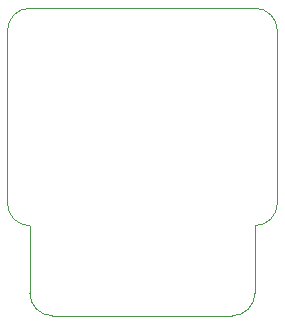
<source format=gbr>
%TF.GenerationSoftware,KiCad,Pcbnew,7.0.10-7.0.10~ubuntu22.04.1*%
%TF.CreationDate,2024-01-21T09:39:33-08:00*%
%TF.ProjectId,potentiometer_adapter,706f7465-6e74-4696-9f6d-657465725f61,rev?*%
%TF.SameCoordinates,Original*%
%TF.FileFunction,Profile,NP*%
%FSLAX46Y46*%
G04 Gerber Fmt 4.6, Leading zero omitted, Abs format (unit mm)*
G04 Created by KiCad (PCBNEW 7.0.10-7.0.10~ubuntu22.04.1) date 2024-01-21 09:39:33*
%MOMM*%
%LPD*%
G01*
G04 APERTURE LIST*
%TA.AperFunction,Profile*%
%ADD10C,0.100000*%
%TD*%
G04 APERTURE END LIST*
D10*
X103505000Y-88900000D02*
G75*
G03*
X105410000Y-90805000I1905000J0D01*
G01*
X124460000Y-96520000D02*
X124460000Y-90805000D01*
X105410000Y-96520000D02*
G75*
G03*
X107315000Y-98425000I1905000J0D01*
G01*
X126365000Y-74295000D02*
G75*
G03*
X124460000Y-72390000I-1905000J0D01*
G01*
X105410000Y-90805000D02*
X105410000Y-90805000D01*
X126365000Y-88900000D02*
X126365000Y-74295000D01*
X122555000Y-98425000D02*
G75*
G03*
X124460000Y-96520000I0J1905000D01*
G01*
X124460000Y-90805000D02*
X124460000Y-90805000D01*
X107315000Y-98425000D02*
X122555000Y-98425000D01*
X103505000Y-74295000D02*
X103505000Y-88900000D01*
X124460000Y-72390000D02*
X105410000Y-72390000D01*
X105410000Y-90805000D02*
X105410000Y-96520000D01*
X105410000Y-72390000D02*
G75*
G03*
X103505000Y-74295000I0J-1905000D01*
G01*
X124460000Y-90805000D02*
G75*
G03*
X126365000Y-88900000I0J1905000D01*
G01*
M02*

</source>
